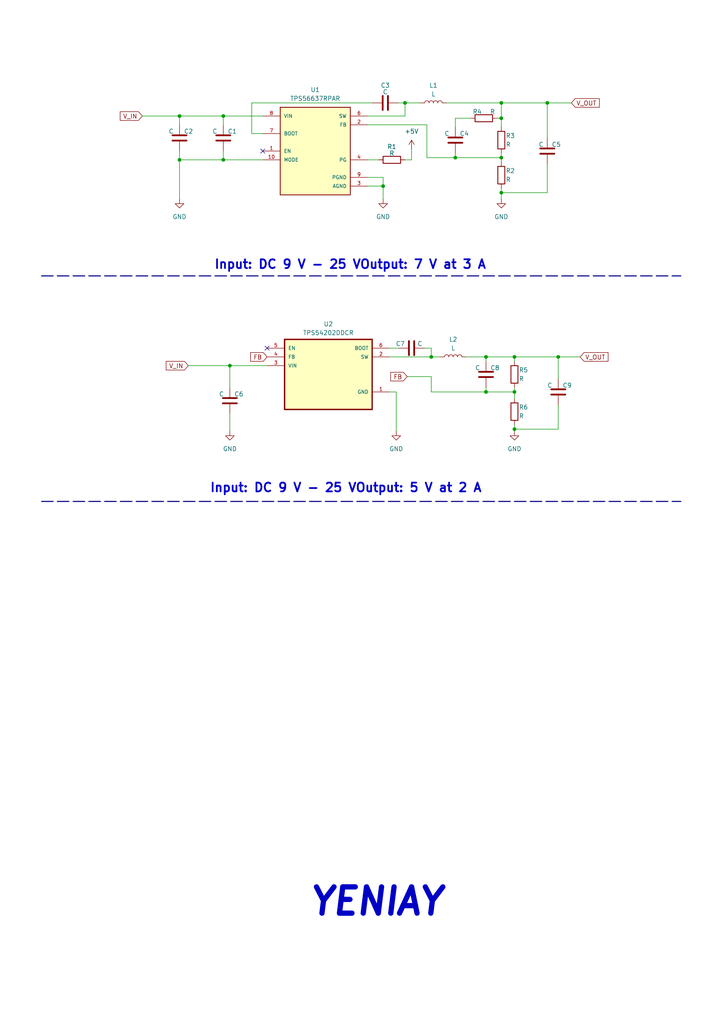
<source format=kicad_sch>
(kicad_sch (version 20231120) (generator "eeschema") (generator_version "8.0")
  (paper "A4" portrait)
  (title_block (title "CPDB Voltage Regulator ") (date "2025-02-19") (rev "Ozan E."))
  (lib_symbols
    (symbol "Device:C" (pin_numbers hide) (pin_names (offset 0.254))
      (property "Reference" "C" (at 0.635 2.54 0))
      (property "Value" "C" (at 0.635 -2.54 0))
      (symbol "C_0_1"
        (polyline (pts (xy -2.032 -0.762) (xy 2.032 -0.762)) (stroke (width 0.508)))
        (polyline (pts (xy -2.032 0.762) (xy 2.032 0.762)) (stroke (width 0.508)))
      )
      (symbol "C_1_1"
        (pin passive line (at 0 3.81 270) (length 2.794) (name "~") (number "1"))
        (pin passive line (at 0 -3.81 90) (length 2.794) (name "~") (number "2"))
      )
    )
    (symbol "Device:L" (pin_numbers hide) (pin_names (offset 1.016) hide)
      (property "Reference" "L" (at -1.27 0 90))
      (property "Value" "L" (at 1.905 0 90))
      (symbol "L_0_1"
        (arc (start 0 -2.54) (mid 0.6323 -1.905) (end 0 -1.27))
        (arc (start 0 -1.27) (mid 0.6323 -0.635) (end 0 0))
        (arc (start 0 0) (mid 0.6323 0.635) (end 0 1.27))
        (arc (start 0 1.27) (mid 0.6323 1.905) (end 0 2.54))
      )
      (symbol "L_1_1"
        (pin passive line (at 0 3.81 270) (length 1.27) (name "1") (number "1"))
        (pin passive line (at 0 -3.81 90) (length 1.27) (name "2") (number "2"))
      )
    )
    (symbol "Device:R" (pin_numbers hide) (pin_names (offset 0))
      (property "Reference" "R" (at 2.032 0 90))
      (property "Value" "R" (at 0 0 90))
      (symbol "R_0_1"
        (rectangle (start -1.016 -2.54) (end 1.016 2.54) (stroke (width 0.254)))
      )
      (symbol "R_1_1"
        (pin passive line (at 0 3.81 270) (length 1.27) (name "~") (number "1"))
        (pin passive line (at 0 -3.81 90) (length 1.27) (name "~") (number "2"))
      )
    )
    (symbol "TPS54202DDCR:TPS54202DDCR" (pin_names (offset 1.016))
      (property "Reference" "U" (at -12.7 11.16 0))
      (property "Value" "TPS54202DDCR" (at -12.7 -14.16 0))
      (symbol "TPS54202DDCR_0_0"
        (rectangle (start -12.7 -10.16) (end 12.7 10.16) (stroke (width 0.41)) (fill (type background)))
        (pin power_in line (at 17.78 -5.08 180) (length 5.08) (name "GND") (number "1"))
        (pin output line (at 17.78 5.08 180) (length 5.08) (name "SW") (number "2"))
        (pin input line (at -17.78 2.54 0) (length 5.08) (name "VIN") (number "3"))
        (pin input line (at -17.78 5.08 0) (length 5.08) (name "FB") (number "4"))
        (pin input line (at -17.78 7.62 0) (length 5.08) (name "EN") (number "5"))
        (pin output line (at 17.78 7.62 180) (length 5.08) (name "BOOT") (number "6"))
      )
    )
    (symbol "TPS56637RPAR:TPS56637RPAR" (pin_names (offset 1.016))
      (property "Reference" "U" (at -10.16 13.97 0))
      (property "Value" "TPS56637RPAR" (at -10.16 -13.97 0))
      (symbol "TPS56637RPAR_0_0"
        (rectangle (start -10.16 -12.7) (end 10.16 12.7) (stroke (width 0.254)) (fill (type background)))
        (pin input line (at -15.24 0 0) (length 5.08) (name "EN") (number "1"))
        (pin input line (at -15.24 -2.54 0) (length 5.08) (name "MODE") (number "10"))
        (pin input line (at 15.24 7.62 180) (length 5.08) (name "FB") (number "2"))
        (pin power_in line (at 15.24 -10.16 180) (length 5.08) (name "AGND") (number "3"))
        (pin output line (at 15.24 -2.54 180) (length 5.08) (name "PG") (number "4"))
        (pin output line (at 15.24 10.16 180) (length 5.08) (name "SW") (number "6"))
        (pin input line (at -15.24 5.08 0) (length 5.08) (name "BOOT") (number "7"))
        (pin input line (at -15.24 10.16 0) (length 5.08) (name "VIN") (number "8"))
        (pin power_in line (at 15.24 -7.62 180) (length 5.08) (name "PGND") (number "9"))
      )
    )
    (symbol "power:+5V" (power) (pin_numbers hide) (pin_names (offset 0) hide)
      (property "Value" "+5V" (at 0 3.556 0))
      (symbol "+5V_0_1"
        (polyline (pts (xy -0.762 1.27) (xy 0 2.54)))
        (polyline (pts (xy 0 0) (xy 0 2.54)))
        (polyline (pts (xy 0 2.54) (xy 0.762 1.27)))
      )
      (symbol "+5V_1_1"
        (pin power_in line (at 0 0 90) (length 0) (name "~") (number "1"))
      )
    )
    (symbol "power:GND" (power) (pin_numbers hide) (pin_names (offset 0) hide)
      (property "Value" "GND" (at 0 -3.81 0))
      (symbol "GND_0_1"
        (polyline (pts (xy 0 0) (xy 0 -1.27) (xy 1.27 -1.27) (xy 0 -2.54) (xy -1.27 -1.27) (xy 0 -1.27)))
      )
      (symbol "GND_1_1"
        (pin power_in line (at 0 0 270) (length 0) (name "~") (number "1"))
      )
    )
  )
  (junction (at 64.77 33.655))
  (junction (at 140.97 103.505))
  (junction (at 158.75 29.845))
  (junction (at 145.415 34.29))
  (junction (at 149.225 103.505))
  (junction (at 117.475 29.845))
  (junction (at 64.77 46.355))
  (junction (at 149.225 113.665))
  (junction (at 125.095 103.505))
  (junction (at 111.125 53.975))
  (junction (at 149.225 124.46))
  (junction (at 145.415 55.88))
  (junction (at 145.415 45.72))
  (junction (at 161.925 103.505))
  (junction (at 66.675 106.045))
  (junction (at 145.415 29.845))
  (junction (at 52.07 46.355))
  (junction (at 140.97 113.665))
  (junction (at 132.08 45.72))
  (junction (at 52.07 33.655))
  (no_connect (at 77.47 100.965))
  (no_connect (at 76.2 43.815))
  (wire (pts (xy 161.925 109.855) (xy 161.925 103.505)))
  (wire (pts (xy 123.19 100.965) (xy 125.095 100.965)))
  (wire (pts (xy 158.75 55.88) (xy 145.415 55.88)))
  (wire (pts (xy 113.03 103.505) (xy 125.095 103.505)))
  (wire (pts (xy 52.07 33.655) (xy 64.77 33.655)))
  (wire (pts (xy 125.095 113.665) (xy 140.97 113.665)))
  (wire (pts (xy 158.75 29.845) (xy 158.75 40.005)))
  (wire (pts (xy 113.03 113.665) (xy 114.935 113.665)))
  (wire (pts (xy 132.08 45.72) (xy 145.415 45.72)))
  (wire (pts (xy 161.925 103.505) (xy 149.225 103.505)))
  (wire (pts (xy 106.68 46.355) (xy 109.855 46.355)))
  (wire (pts (xy 113.03 100.965) (xy 115.57 100.965)))
  (wire (pts (xy 145.415 55.88) (xy 145.415 57.785)))
  (wire (pts (xy 144.145 34.29) (xy 145.415 34.29)))
  (wire (pts (xy 111.125 51.435) (xy 111.125 53.975)))
  (wire (pts (xy 64.77 43.815) (xy 64.77 46.355)))
  (wire (pts (xy 125.095 103.505) (xy 127.635 103.505)))
  (wire (pts (xy 149.225 123.19) (xy 149.225 124.46)))
  (wire (pts (xy 76.2 38.735) (xy 73.025 38.735)))
  (wire (pts (xy 64.77 33.655) (xy 76.2 33.655)))
  (wire (pts (xy 64.77 36.195) (xy 64.77 33.655)))
  (wire (pts (xy 149.225 103.505) (xy 149.225 104.775)))
  (wire (pts (xy 66.675 106.045) (xy 77.47 106.045)))
  (wire (pts (xy 106.68 36.195) (xy 123.825 36.195)))
  (wire (pts (xy 117.475 46.355) (xy 119.38 46.355)))
  (wire (pts (xy 135.255 103.505) (xy 140.97 103.505)))
  (bus (pts (xy 12.065 80.01) (xy 197.485 80.01)) (stroke (width 0) (type dash)))
  (wire (pts (xy 145.415 45.72) (xy 145.415 44.45)))
  (wire (pts (xy 52.07 46.355) (xy 52.07 57.785)))
  (wire (pts (xy 132.08 36.83) (xy 132.08 34.29)))
  (wire (pts (xy 64.77 46.355) (xy 76.2 46.355)))
  (wire (pts (xy 145.415 34.29) (xy 145.415 36.83)))
  (wire (pts (xy 66.675 120.015) (xy 66.675 125.095)))
  (wire (pts (xy 114.935 113.665) (xy 114.935 125.095)))
  (wire (pts (xy 106.68 33.655) (xy 117.475 33.655)))
  (bus (pts (xy 12.065 145.415) (xy 197.485 145.415)) (stroke (width 0) (type dash)))
  (wire (pts (xy 140.97 103.505) (xy 149.225 103.505)))
  (wire (pts (xy 73.025 29.845) (xy 107.95 29.845)))
  (wire (pts (xy 125.095 100.965) (xy 125.095 103.505)))
  (wire (pts (xy 149.225 113.665) (xy 149.225 115.57)))
  (wire (pts (xy 106.68 53.975) (xy 111.125 53.975)))
  (wire (pts (xy 140.97 112.395) (xy 140.97 113.665)))
  (wire (pts (xy 140.97 103.505) (xy 140.97 104.775)))
  (wire (pts (xy 54.61 106.045) (xy 66.675 106.045)))
  (wire (pts (xy 119.38 43.18) (xy 119.38 46.355)))
  (wire (pts (xy 52.07 36.195) (xy 52.07 33.655)))
  (wire (pts (xy 106.68 51.435) (xy 111.125 51.435)))
  (wire (pts (xy 64.77 46.355) (xy 52.07 46.355)))
  (wire (pts (xy 145.415 29.845) (xy 158.75 29.845)))
  (wire (pts (xy 161.925 103.505) (xy 168.275 103.505)))
  (wire (pts (xy 149.225 112.395) (xy 149.225 113.665)))
  (wire (pts (xy 125.095 109.22) (xy 125.095 113.665)))
  (wire (pts (xy 132.08 34.29) (xy 136.525 34.29)))
  (wire (pts (xy 158.75 47.625) (xy 158.75 55.88)))
  (wire (pts (xy 149.225 124.46) (xy 149.225 125.095)))
  (wire (pts (xy 117.475 33.655) (xy 117.475 29.845)))
  (wire (pts (xy 123.825 36.195) (xy 123.825 45.72)))
  (wire (pts (xy 140.97 113.665) (xy 149.225 113.665)))
  (wire (pts (xy 161.925 117.475) (xy 161.925 124.46)))
  (wire (pts (xy 145.415 45.72) (xy 145.415 46.99)))
  (wire (pts (xy 145.415 29.845) (xy 129.54 29.845)))
  (wire (pts (xy 66.675 106.045) (xy 66.675 112.395)))
  (wire (pts (xy 111.125 53.975) (xy 111.125 57.785)))
  (wire (pts (xy 52.07 33.655) (xy 41.275 33.655)))
  (wire (pts (xy 73.025 38.735) (xy 73.025 29.845)))
  (wire (pts (xy 117.475 29.845) (xy 121.92 29.845)))
  (wire (pts (xy 158.75 29.845) (xy 165.735 29.845)))
  (wire (pts (xy 149.225 124.46) (xy 161.925 124.46)))
  (wire (pts (xy 145.415 54.61) (xy 145.415 55.88)))
  (wire (pts (xy 145.415 29.845) (xy 145.415 34.29)))
  (wire (pts (xy 115.57 29.845) (xy 117.475 29.845)))
  (wire (pts (xy 118.11 109.22) (xy 125.095 109.22)))
  (wire (pts (xy 132.08 44.45) (xy 132.08 45.72)))
  (wire (pts (xy 123.825 45.72) (xy 132.08 45.72)))
  (wire (pts (xy 52.07 46.355) (xy 52.07 43.815)))
  (text "YENIAY" (at 109.22 261.62 0) (effects (font (size 7.62 7.62) (thickness 1.524) (bold yes) (italic yes))))
  (text "Input: DC 9 V - 25 VOutput: 7 V at 3 A" (at 101.6 76.835 0) (effects (font (size 2.54 2.54) (bold yes))))
  (text "Input: DC 9 V - 25 VOutput: 5 V at 2 A" (at 100.33 141.605 0) (effects (font (size 2.54 2.54) (thickness 0.508) (bold yes))))
  (global_label "V_OUT" (shape input) (at 165.735 29.845 0) (property "Intersheetrefs" "${INTERSHEET_REFS}" (effects (hide yes))))
  (global_label "FB" (shape input) (at 77.47 103.505 180) (property "Intersheetrefs" "${INTERSHEET_REFS}" (effects (hide yes))))
  (global_label "V_IN" (shape input) (at 54.61 106.045 180) (property "Intersheetrefs" "${INTERSHEET_REFS}" (effects (hide yes))))
  (global_label "V_OUT" (shape input) (at 168.275 103.505 0) (property "Intersheetrefs" "${INTERSHEET_REFS}" (effects (hide yes))))
  (global_label "V_IN" (shape input) (at 41.275 33.655 180) (property "Intersheetrefs" "${INTERSHEET_REFS}" (effects (hide yes))))
  (global_label "FB" (shape input) (at 118.11 109.22 180) (property "Intersheetrefs" "${INTERSHEET_REFS}" (effects (hide yes))))
  (symbol (lib_id "Device:C") (at 66.675 116.205 0) (unit 1)
    (property "Reference" "C6" (at 67.945 114.3 0) (effects (justify left)))
    (property "Value" "C" (at 63.5 114.3 0) (effects (justify left)))
    (property "Description" "Unpolarized capacitor" (effects (hide yes)))
  )
  (symbol (lib_id "power:GND") (at 145.415 57.785 0) (unit 1)
    (property "Reference" "#PWR04" (effects (hide yes)))
    (property "Value" "GND" (at 145.415 62.865 0))
    (property "Description" "Power symbol creates a global label with name \"GND\" , ground" (effects (hide yes)))
  )
  (symbol (lib_id "Device:R") (at 149.225 108.585 180) (unit 1)
    (property "Reference" "R5" (at 150.495 107.315 0) (effects (justify right)))
    (property "Value" "R" (at 150.495 109.855 0) (effects (justify right)))
    (property "Description" "Resistor" (effects (hide yes)))
  )
  (symbol (lib_id "Device:C") (at 52.07 40.005 0) (unit 1)
    (property "Reference" "C2" (at 53.34 38.1 0) (effects (justify left)))
    (property "Value" "C" (at 48.895 38.1 0) (effects (justify left)))
    (property "Description" "Unpolarized capacitor" (effects (hide yes)))
  )
  (symbol (lib_id "Device:C") (at 64.77 40.005 0) (unit 1)
    (property "Reference" "C1" (at 66.04 38.1 0) (effects (justify left)))
    (property "Value" "C" (at 61.595 38.1 0) (effects (justify left)))
    (property "Description" "Unpolarized capacitor" (effects (hide yes)))
  )
  (symbol (lib_id "Device:C") (at 119.38 100.965 90) (unit 1)
    (property "Reference" "C7" (at 117.475 99.695 90) (effects (justify left)))
    (property "Value" "C" (at 122.555 99.695 90) (effects (justify left)))
    (property "Description" "Unpolarized capacitor" (effects (hide yes)))
  )
  (symbol (lib_id "Device:C") (at 111.76 29.845 90) (unit 1)
    (property "Reference" "C3" (at 111.76 24.765 90))
    (property "Value" "C" (at 111.76 26.67 90))
    (property "Description" "Unpolarized capacitor" (effects (hide yes)))
  )
  (symbol (lib_id "power:+5V") (at 119.38 43.18 0) (unit 1)
    (property "Reference" "#PWR01" (effects (hide yes)))
    (property "Value" "+5V" (at 119.38 38.1 0))
    (property "Description" "Power symbol creates a global label with name \"+5V\"" (effects (hide yes)))
  )
  (symbol (lib_id "Device:R") (at 113.665 46.355 90) (unit 1)
    (property "Reference" "R1" (at 113.665 42.545 90))
    (property "Value" "R" (at 113.665 44.45 90))
    (property "Description" "Resistor" (effects (hide yes)))
  )
  (symbol (lib_id "power:GND") (at 111.125 57.785 0) (unit 1)
    (property "Reference" "#PWR02" (effects (hide yes)))
    (property "Value" "GND" (at 111.125 62.865 0))
    (property "Description" "Power symbol creates a global label with name \"GND\" , ground" (effects (hide yes)))
  )
  (symbol (lib_id "power:GND") (at 66.675 125.095 0) (unit 1)
    (property "Reference" "#PWR05" (effects (hide yes)))
    (property "Value" "GND" (at 66.675 130.175 0))
    (property "Description" "Power symbol creates a global label with name \"GND\" , ground" (effects (hide yes)))
  )
  (symbol (lib_id "Device:L") (at 131.445 103.505 90) (unit 1)
    (property "Reference" "L2" (at 131.445 98.425 90))
    (property "Value" "L" (at 131.445 100.965 90))
    (property "Description" "Inductor" (effects (hide yes)))
  )
  (symbol (lib_id "Device:R") (at 145.415 40.64 180) (unit 1)
    (property "Reference" "R3" (at 146.685 39.37 0) (effects (justify right)))
    (property "Value" "R" (at 146.685 41.91 0) (effects (justify right)))
    (property "Description" "Resistor" (effects (hide yes)))
  )
  (symbol (lib_id "Device:L") (at 125.73 29.845 90) (unit 1)
    (property "Reference" "L1" (at 125.73 24.765 90))
    (property "Value" "L" (at 125.73 27.305 90))
    (property "Description" "Inductor" (effects (hide yes)))
  )
  (symbol (lib_id "Device:C") (at 132.08 40.64 0) (unit 1)
    (property "Reference" "C4" (at 133.35 38.735 0) (effects (justify left)))
    (property "Value" "C" (at 128.905 38.735 0) (effects (justify left)))
    (property "Description" "Unpolarized capacitor" (effects (hide yes)))
  )
  (symbol (lib_id "Device:R") (at 145.415 50.8 180) (unit 1)
    (property "Reference" "R2" (at 146.685 49.53 0) (effects (justify right)))
    (property "Value" "R" (at 146.685 52.07 0) (effects (justify right)))
    (property "Description" "Resistor" (effects (hide yes)))
  )
  (symbol (lib_id "Device:C") (at 140.97 108.585 0) (unit 1)
    (property "Reference" "C8" (at 142.24 106.68 0) (effects (justify left)))
    (property "Value" "C" (at 137.795 106.68 0) (effects (justify left)))
    (property "Description" "Unpolarized capacitor" (effects (hide yes)))
  )
  (symbol (lib_id "power:GND") (at 52.07 57.785 0) (unit 1)
    (property "Reference" "#PWR03" (effects (hide yes)))
    (property "Value" "GND" (at 52.07 62.865 0))
    (property "Description" "Power symbol creates a global label with name \"GND\" , ground" (effects (hide yes)))
  )
  (symbol (lib_id "Device:R") (at 140.335 34.29 270) (unit 1)
    (property "Reference" "R4" (at 138.43 32.385 90))
    (property "Value" "R" (at 142.875 32.385 90))
    (property "Description" "Resistor" (effects (hide yes)))
  )
  (symbol (lib_id "TPS56637RPAR:TPS56637RPAR") (at 91.44 43.815 0) (unit 1)
    (property "Reference" "U1" (at 91.44 26.035 0))
    (property "Value" "TPS56637RPAR" (at 91.44 28.575 0))
    (property "Footprint" "TPS56637RPAR:CONV_TPS56637RPAR" (effects (hide yes)))
    (property "MF" "Texas Instruments" (effects (hide yes)))
    (property "MAXIMUM_PACKAGE_HEIGHT" "1.0mm" (effects (hide yes)))
    (property "Package" "VQFN-HR-10 Texas Instruments" (effects (hide yes)))
    (property "Price" "None" (effects (hide yes)))
    (property "Check_prices" "https://www.snapeda.com/parts/TPS56637RPAR/Texas+Instruments/view-part/?ref=eda" (effects (hide yes)))
    (property "STANDARD" "Manufacturer recommendations" (effects (hide yes)))
    (property "PARTREV" "A" (effects (hide yes)))
    (property "SnapEDA_Link" "https://www.snapeda.com/parts/TPS56637RPAR/Texas+Instruments/view-part/?ref=snap" (effects (hide yes)))
    (property "MP" "TPS56637RPAR" (effects (hide yes)))
    (property "Description_1" "\n                        \n                            4.5-V to 28-V, 6-A synchronous buck converter with ULQ-Mode\n                        \n" (effects (hide yes)))
    (property "Availability" "In Stock" (effects (hide yes)))
    (property "MANUFACTURER" "Texas Instruments" (effects (hide yes)))
  )
  (symbol (lib_id "Device:C") (at 158.75 43.815 180) (unit 1)
    (property "Reference" "C5" (at 160.02 41.91 0) (effects (justify right)))
    (property "Value" "C" (at 156.21 41.91 0) (effects (justify right)))
    (property "Description" "Unpolarized capacitor" (effects (hide yes)))
  )
  (symbol (lib_id "TPS54202DDCR:TPS54202DDCR") (at 95.25 108.585 0) (unit 1)
    (property "Reference" "U2" (at 95.25 93.98 0))
    (property "Value" "TPS54202DDCR" (at 95.25 96.52 0))
    (property "Footprint" "TPS54202DDCR:SOT95P280X110-6N" (effects (hide yes)))
    (property "MF" "Texas Instruments" (effects (hide yes)))
    (property "Description_1" "\n                        \n                            4.5V to 28V Input, 2A Output, EMI Friendly Synchronous Step-Down Converter\n                        \n" (effects (hide yes)))
    (property "Package" "SOT-23-THN-6 Texas Instruments" (effects (hide yes)))
    (property "Price" "None" (effects (hide yes)))
    (property "SnapEDA_Link" "https://www.snapeda.com/parts/TPS54202DDCR/Texas+Instruments/view-part/?ref=snap" (effects (hide yes)))
    (property "MP" "TPS54202DDCR" (effects (hide yes)))
    (property "Availability" "In Stock" (effects (hide yes)))
    (property "Check_prices" "https://www.snapeda.com/parts/TPS54202DDCR/Texas+Instruments/view-part/?ref=eda" (effects (hide yes)))
  )
  (symbol (lib_id "Device:C") (at 161.925 113.665 0) (unit 1)
    (property "Reference" "C9" (at 163.195 111.76 0) (effects (justify left)))
    (property "Value" "C" (at 158.75 111.76 0) (effects (justify left)))
    (property "Description" "Unpolarized capacitor" (effects (hide yes)))
  )
  (symbol (lib_id "Device:R") (at 149.225 119.38 180) (unit 1)
    (property "Reference" "R6" (at 150.495 118.11 0) (effects (justify right)))
    (property "Value" "R" (at 150.495 120.65 0) (effects (justify right)))
    (property "Description" "Resistor" (effects (hide yes)))
  )
  (symbol (lib_id "power:GND") (at 149.225 125.095 0) (unit 1)
    (property "Reference" "#PWR07" (effects (hide yes)))
    (property "Value" "GND" (at 149.225 130.175 0))
    (property "Description" "Power symbol creates a global label with name \"GND\" , ground" (effects (hide yes)))
  )
  (symbol (lib_id "power:GND") (at 114.935 125.095 0) (unit 1)
    (property "Reference" "#PWR06" (effects (hide yes)))
    (property "Value" "GND" (at 114.935 130.175 0))
    (property "Description" "Power symbol creates a global label with name \"GND\" , ground" (effects (hide yes)))
  )
)
</source>
